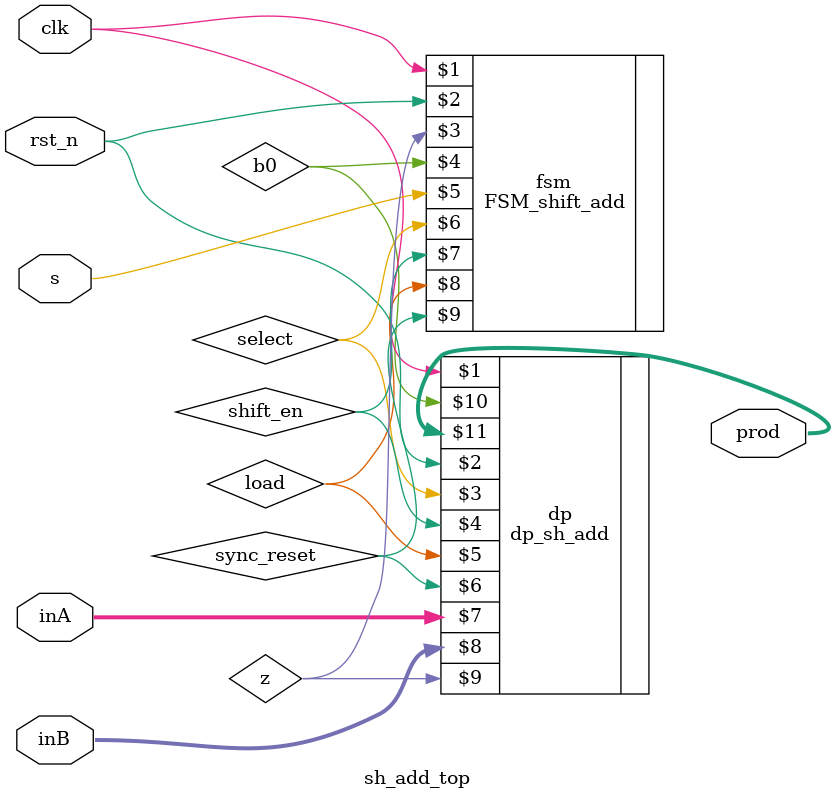
<source format=sv>
module sh_add_top (
  input  logic       clk, rst_n, s,
  input  logic [3:0] inA, inB,
  output logic [7:0] prod
);
  logic select    ;
  logic shift_en  ;
  logic load      ;
  logic sync_reset;
  logic b0        ;
  logic z         ;

  FSM_shift_add fsm (clk,rst_n,z,b0,s,select,shift_en,load,sync_reset);

  dp_sh_add dp (clk,rst_n,select,shift_en,load,sync_reset,inA,inB,z,b0,prod);
endmodule
</source>
